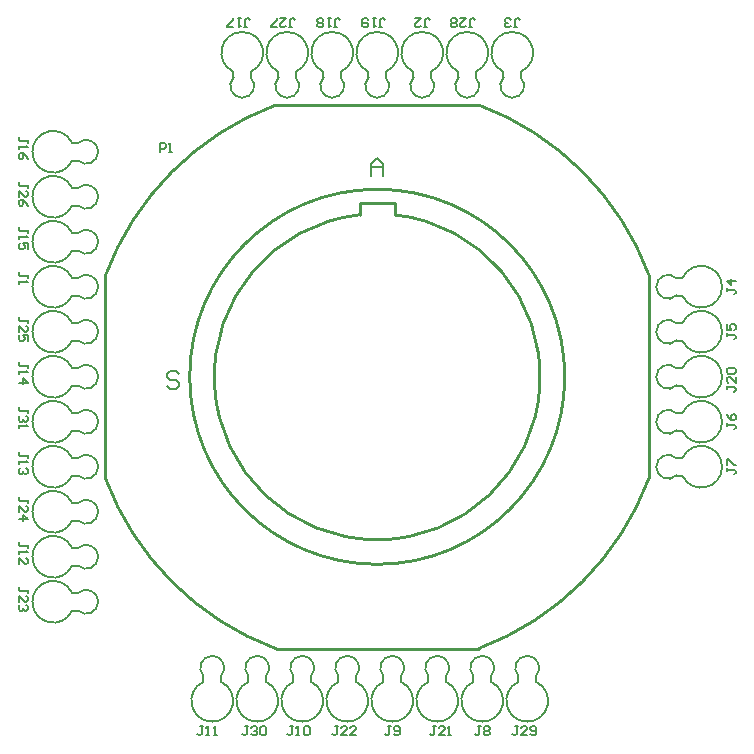
<source format=gbr>
G04 Layer_Color=65535*
%FSLAX26Y26*%
%MOIN*%
%TF.FileFunction,Legend,Top*%
%TF.Part,Single*%
G01*
G75*
%TA.AperFunction,NonConductor*%
%ADD11C,0.008000*%
%ADD16C,0.010000*%
%ADD17C,0.005000*%
D11*
X-20936Y670000D02*
Y709987D01*
X-943Y729981D01*
X19051Y709987D01*
Y670000D01*
Y699990D01*
X-20936D01*
X-660949Y9984D02*
X-670946Y19981D01*
X-690939D01*
X-700936Y9984D01*
Y-13D01*
X-690939Y-10010D01*
X-670946D01*
X-660949Y-20006D01*
Y-30003D01*
X-670946Y-40000D01*
X-690939D01*
X-700936Y-30003D01*
D16*
X-336811Y906299D02*
G03*
X-906299Y336811I336811J-906299D01*
G01*
Y-337795D02*
G03*
X-337795Y-906299I906299J337795D01*
G01*
X337675Y-905977D02*
G03*
X905977Y-337675I-337675J905977D01*
G01*
X625051Y0D02*
G03*
X625051Y0I-625051J0D01*
G01*
X-59005Y539895D02*
G03*
X59005Y539895I59005J-539895D01*
G01*
X906410Y337837D02*
G03*
X337837Y906410I-906410J-337837D01*
G01*
X-59055Y540354D02*
Y579724D01*
X59055D01*
Y540354D02*
Y579724D01*
X-336811Y906299D02*
X337795D01*
X-337795Y-906299D02*
X337795D01*
X-906299Y-337795D02*
Y336811D01*
X906299Y-337795D02*
Y337795D01*
D17*
X20892Y-1016931D02*
G03*
X79109Y-1016931I29108J-63069D01*
G01*
X78284Y-998284D02*
G03*
X21716Y-998284I-28284J28284D01*
G01*
X-221716D02*
G03*
X-278284Y-998284I-28284J28284D01*
G01*
X-279108Y-1016931D02*
G03*
X-220892Y-1016931I29108J-63069D01*
G01*
X-579109D02*
G03*
X-520891Y-1016931I29108J-63069D01*
G01*
X-521716Y-998284D02*
G03*
X-578284Y-998284I-28284J28284D01*
G01*
X228284D02*
G03*
X171716Y-998284I-28284J28284D01*
G01*
X170892Y-1016931D02*
G03*
X229108Y-1016931I29108J-63069D01*
G01*
X-129108D02*
G03*
X-70891Y-1016931I29108J-63069D01*
G01*
X-71716Y-998284D02*
G03*
X-128284Y-998284I-28284J28284D01*
G01*
X528284D02*
G03*
X471716Y-998284I-28284J28284D01*
G01*
X470892Y-1016931D02*
G03*
X529109Y-1016931I29108J-63069D01*
G01*
X-429108D02*
G03*
X-370892Y-1016931I29108J-63069D01*
G01*
X-371716Y-998284D02*
G03*
X-428284Y-998284I-28284J28284D01*
G01*
X320892Y-1016931D02*
G03*
X379108Y-1016931I29108J-63069D01*
G01*
X378284Y-998284D02*
G03*
X321716Y-998284I-28284J28284D01*
G01*
X-1016931Y329108D02*
G03*
X-1016931Y270892I-63069J-29108D01*
G01*
X-998284Y271716D02*
G03*
X-998284Y328284I28284J28284D01*
G01*
Y-628284D02*
G03*
X-998284Y-571716I28284J28284D01*
G01*
X-1016931Y-570891D02*
G03*
X-1016931Y-629109I-63069J-29108D01*
G01*
Y-270892D02*
G03*
X-1016931Y-329108I-63069J-29108D01*
G01*
X-998284Y-328284D02*
G03*
X-998284Y-271716I28284J28284D01*
G01*
Y-28284D02*
G03*
X-998284Y28284I28284J28284D01*
G01*
X-1016931Y29108D02*
G03*
X-1016931Y-29108I-63069J-29108D01*
G01*
Y479108D02*
G03*
X-1016931Y420892I-63069J-29108D01*
G01*
X-998284Y421716D02*
G03*
X-998284Y478284I28284J28284D01*
G01*
Y721716D02*
G03*
X-998284Y778284I28284J28284D01*
G01*
X-1016931Y779109D02*
G03*
X-1016931Y720891I-63069J-29108D01*
G01*
X-998284Y-778284D02*
G03*
X-998284Y-721716I28284J28284D01*
G01*
X-1016931Y-720891D02*
G03*
X-1016931Y-779109I-63069J-29108D01*
G01*
Y-420892D02*
G03*
X-1016931Y-479108I-63069J-29108D01*
G01*
X-998284Y-478284D02*
G03*
X-998284Y-421716I28284J28284D01*
G01*
Y121716D02*
G03*
X-998284Y178284I28284J28284D01*
G01*
X-1016931Y179108D02*
G03*
X-1016931Y120891I-63069J-29108D01*
G01*
Y629109D02*
G03*
X-1016931Y570891I-63069J-29108D01*
G01*
X-998284Y571716D02*
G03*
X-998284Y628284I28284J28284D01*
G01*
Y-178284D02*
G03*
X-998284Y-121716I28284J28284D01*
G01*
X-1016931Y-120891D02*
G03*
X-1016931Y-179108I-63069J-29108D01*
G01*
X1016931Y120891D02*
G03*
X1016931Y179108I63069J29108D01*
G01*
X998284Y178284D02*
G03*
X998284Y121716I-28284J-28284D01*
G01*
Y-121716D02*
G03*
X998284Y-178284I-28284J-28284D01*
G01*
X1016931Y-179108D02*
G03*
X1016931Y-120891I63069J29108D01*
G01*
Y-329108D02*
G03*
X1016931Y-270892I63069J29108D01*
G01*
X998284Y-271716D02*
G03*
X998284Y-328284I-28284J-28284D01*
G01*
Y28284D02*
G03*
X998284Y-28284I-28284J-28284D01*
G01*
X1016931Y-29108D02*
G03*
X1016931Y29108I63069J29108D01*
G01*
X998284Y328284D02*
G03*
X998284Y271716I-28284J-28284D01*
G01*
X1016931Y270892D02*
G03*
X1016931Y329108I63069J29108D01*
G01*
X121716Y998284D02*
G03*
X178284Y998284I28284J-28284D01*
G01*
X179108Y1016931D02*
G03*
X120891Y1016931I-29108J63069D01*
G01*
X-420892D02*
G03*
X-479108Y1016931I-29108J63069D01*
G01*
X-478284Y998284D02*
G03*
X-421716Y998284I28284J-28284D01*
G01*
X-178284D02*
G03*
X-121716Y998284I28284J-28284D01*
G01*
X-120891Y1016931D02*
G03*
X-179108Y1016931I-29108J63069D01*
G01*
X29108D02*
G03*
X-29108Y1016931I-29108J63069D01*
G01*
X-28284Y998284D02*
G03*
X28284Y998284I28284J-28284D01*
G01*
X-328284D02*
G03*
X-271716Y998284I28284J-28284D01*
G01*
X-270892Y1016931D02*
G03*
X-329108Y1016931I-29108J63069D01*
G01*
X329108D02*
G03*
X270892Y1016931I-29108J63069D01*
G01*
X271716Y998284D02*
G03*
X328284Y998284I28284J-28284D01*
G01*
X479108Y1016931D02*
G03*
X420892Y1016931I-29108J63069D01*
G01*
X421716Y998284D02*
G03*
X478284Y998284I28284J-28284D01*
G01*
X20892Y-1016931D02*
Y-999109D01*
X21716Y-998284D01*
X79109Y-1016931D02*
Y-999109D01*
X78284Y-998284D02*
X79109Y-999109D01*
X-221716Y-998284D02*
X-220892Y-999109D01*
Y-1016931D02*
Y-999109D01*
X-279108D02*
X-278284Y-998284D01*
X-279108Y-1016931D02*
Y-999109D01*
X-579109Y-1016931D02*
Y-999109D01*
X-578284Y-998284D01*
X-520891Y-1016931D02*
Y-999109D01*
X-521716Y-998284D02*
X-520891Y-999109D01*
X228284Y-998284D02*
X229108Y-999109D01*
Y-1016931D02*
Y-999109D01*
X170892D02*
X171716Y-998284D01*
X170892Y-1016931D02*
Y-999109D01*
X-129108Y-1016931D02*
Y-999109D01*
X-128284Y-998284D01*
X-70891Y-1016931D02*
Y-999109D01*
X-71716Y-998284D02*
X-70891Y-999109D01*
X528284Y-998284D02*
X529109Y-999109D01*
Y-1016931D02*
Y-999109D01*
X470892D02*
X471716Y-998284D01*
X470892Y-1016931D02*
Y-999109D01*
X-429108Y-1016931D02*
Y-999109D01*
X-428284Y-998284D01*
X-370892Y-1016931D02*
Y-999109D01*
X-371716Y-998284D02*
X-370892Y-999109D01*
X320892Y-1016931D02*
Y-999109D01*
X321716Y-998284D01*
X379108Y-1016931D02*
Y-999109D01*
X378284Y-998284D02*
X379108Y-999109D01*
X-1016931Y329108D02*
X-999109D01*
X-998284Y328284D01*
X-1016931Y270892D02*
X-999109D01*
X-998284Y271716D01*
X-999109Y-629109D02*
X-998284Y-628284D01*
X-1016931Y-629109D02*
X-999109D01*
Y-570891D02*
X-998284Y-571716D01*
X-1016931Y-570891D02*
X-999109D01*
X-1016931Y-270892D02*
X-999109D01*
X-998284Y-271716D01*
X-1016931Y-329108D02*
X-999109D01*
X-998284Y-328284D01*
X-999109Y-29108D02*
X-998284Y-28284D01*
X-1016931Y-29108D02*
X-999109D01*
Y29108D02*
X-998284Y28284D01*
X-1016931Y29108D02*
X-999109D01*
X-1016931Y479108D02*
X-999109D01*
X-998284Y478284D01*
X-1016931Y420892D02*
X-999109D01*
X-998284Y421716D01*
X-999109Y720891D02*
X-998284Y721716D01*
X-1016931Y720891D02*
X-999109D01*
Y779109D02*
X-998284Y778284D01*
X-1016931Y779109D02*
X-999109D01*
Y-779109D02*
X-998284Y-778284D01*
X-1016931Y-779109D02*
X-999109D01*
Y-720891D02*
X-998284Y-721716D01*
X-1016931Y-720891D02*
X-999109D01*
X-1016931Y-420892D02*
X-999109D01*
X-998284Y-421716D01*
X-1016931Y-479108D02*
X-999109D01*
X-998284Y-478284D01*
X-999109Y120891D02*
X-998284Y121716D01*
X-1016931Y120891D02*
X-999109D01*
Y179108D02*
X-998284Y178284D01*
X-1016931Y179108D02*
X-999109D01*
X-1016931Y629109D02*
X-999109D01*
X-998284Y628284D01*
X-1016931Y570891D02*
X-999109D01*
X-998284Y571716D01*
X-999109Y-179108D02*
X-998284Y-178284D01*
X-1016931Y-179108D02*
X-999109D01*
Y-120891D02*
X-998284Y-121716D01*
X-1016931Y-120891D02*
X-999109D01*
X999109Y120891D02*
X1016931D01*
X998284Y121716D02*
X999109Y120891D01*
Y179108D02*
X1016931D01*
X998284Y178284D02*
X999109Y179108D01*
X998284Y-121716D02*
X999109Y-120891D01*
X1016931D01*
X998284Y-178284D02*
X999109Y-179108D01*
X1016931D01*
X999109Y-329108D02*
X1016931D01*
X998284Y-328284D02*
X999109Y-329108D01*
Y-270892D02*
X1016931D01*
X998284Y-271716D02*
X999109Y-270892D01*
X998284Y28284D02*
X999109Y29108D01*
X1016931D01*
X998284Y-28284D02*
X999109Y-29108D01*
X1016931D01*
X998284Y328284D02*
X999109Y329108D01*
X1016931D01*
X998284Y271716D02*
X999109Y270892D01*
X1016931D01*
X120891Y999109D02*
X121716Y998284D01*
X120891Y999109D02*
Y1016931D01*
X178284Y998284D02*
X179108Y999109D01*
Y1016931D01*
X-420892Y999109D02*
Y1016931D01*
X-421716Y998284D02*
X-420892Y999109D01*
X-479108D02*
Y1016931D01*
Y999109D02*
X-478284Y998284D01*
X-179108Y999109D02*
X-178284Y998284D01*
X-179108Y999109D02*
Y1016931D01*
X-121716Y998284D02*
X-120891Y999109D01*
Y1016931D01*
X29108Y999109D02*
Y1016931D01*
X28284Y998284D02*
X29108Y999109D01*
X-29108D02*
Y1016931D01*
Y999109D02*
X-28284Y998284D01*
X-329108Y999109D02*
X-328284Y998284D01*
X-329108Y999109D02*
Y1016931D01*
X-271716Y998284D02*
X-270892Y999109D01*
Y1016931D01*
X329108Y999109D02*
Y1016931D01*
X328284Y998284D02*
X329108Y999109D01*
X270892D02*
Y1016931D01*
Y999109D02*
X271716Y998284D01*
X479108Y999109D02*
Y1016931D01*
X478284Y998284D02*
X479108Y999109D01*
X420892D02*
Y1016931D01*
Y999109D02*
X421716Y998284D01*
X-725000Y750000D02*
Y779990D01*
X-710005D01*
X-705006Y774992D01*
Y764995D01*
X-710005Y759997D01*
X-725000D01*
X-695010Y750000D02*
X-685013D01*
X-690011D01*
Y779990D01*
X-695010Y774992D01*
X455007Y1165010D02*
X465003D01*
X460005D01*
Y1190002D01*
X465003Y1195000D01*
X470002D01*
X475000Y1190002D01*
X445010Y1170008D02*
X440011Y1165010D01*
X430014D01*
X425016Y1170008D01*
Y1175006D01*
X430014Y1180005D01*
X435013D01*
X430014D01*
X425016Y1185003D01*
Y1190002D01*
X430014Y1195000D01*
X440011D01*
X445010Y1190002D01*
X1165010Y294993D02*
Y284997D01*
Y289995D01*
X1190002D01*
X1195000Y284997D01*
Y279998D01*
X1190002Y275000D01*
X1195000Y319986D02*
X1165010D01*
X1180005Y304990D01*
Y324984D01*
X344993Y-1165010D02*
X334997D01*
X339995D01*
Y-1190002D01*
X334997Y-1195000D01*
X329998D01*
X325000Y-1190002D01*
X354990Y-1170008D02*
X359989Y-1165010D01*
X369986D01*
X374984Y-1170008D01*
Y-1175006D01*
X369986Y-1180005D01*
X374984Y-1185003D01*
Y-1190002D01*
X369986Y-1195000D01*
X359989D01*
X354990Y-1190002D01*
Y-1185003D01*
X359989Y-1180005D01*
X354990Y-1175006D01*
Y-1170008D01*
X359989Y-1180005D02*
X369986D01*
X-1165010Y-119993D02*
Y-109997D01*
Y-114995D01*
X-1190002D01*
X-1195000Y-109997D01*
Y-104998D01*
X-1190002Y-100000D01*
X-1170008Y-129990D02*
X-1165010Y-134989D01*
Y-144986D01*
X-1170008Y-149984D01*
X-1175006D01*
X-1180005Y-144986D01*
Y-139987D01*
Y-144986D01*
X-1185003Y-149984D01*
X-1190002D01*
X-1195000Y-144986D01*
Y-134989D01*
X-1190002Y-129990D01*
X-1195000Y-159981D02*
Y-169977D01*
Y-164979D01*
X-1165010D01*
X-1170008Y-159981D01*
X-430007Y-1165010D02*
X-440003D01*
X-435005D01*
Y-1190002D01*
X-440003Y-1195000D01*
X-445002D01*
X-450000Y-1190002D01*
X-420010Y-1170008D02*
X-415011Y-1165010D01*
X-405014D01*
X-400016Y-1170008D01*
Y-1175006D01*
X-405014Y-1180005D01*
X-410013D01*
X-405014D01*
X-400016Y-1185003D01*
Y-1190002D01*
X-405014Y-1195000D01*
X-415011D01*
X-420010Y-1190002D01*
X-390019Y-1170008D02*
X-385021Y-1165010D01*
X-375024D01*
X-370026Y-1170008D01*
Y-1190002D01*
X-375024Y-1195000D01*
X-385021D01*
X-390019Y-1190002D01*
Y-1170008D01*
X469993Y-1165010D02*
X459997D01*
X464995D01*
Y-1190002D01*
X459997Y-1195000D01*
X454998D01*
X450000Y-1190002D01*
X499984Y-1195000D02*
X479990D01*
X499984Y-1175006D01*
Y-1170008D01*
X494986Y-1165010D01*
X484989D01*
X479990Y-1170008D01*
X509981Y-1190002D02*
X514979Y-1195000D01*
X524976D01*
X529974Y-1190002D01*
Y-1170008D01*
X524976Y-1165010D01*
X514979D01*
X509981Y-1170008D01*
Y-1175006D01*
X514979Y-1180005D01*
X529974D01*
X305007Y1165010D02*
X315003D01*
X310005D01*
Y1190002D01*
X315003Y1195000D01*
X320002D01*
X325000Y1190002D01*
X275016Y1195000D02*
X295010D01*
X275016Y1175006D01*
Y1170008D01*
X280014Y1165010D01*
X290011D01*
X295010Y1170008D01*
X265019D02*
X260021Y1165010D01*
X250024D01*
X245026Y1170008D01*
Y1175006D01*
X250024Y1180005D01*
X245026Y1185003D01*
Y1190002D01*
X250024Y1195000D01*
X260021D01*
X265019Y1190002D01*
Y1185003D01*
X260021Y1180005D01*
X265019Y1175006D01*
Y1170008D01*
X260021Y1180005D02*
X250024D01*
X-294993Y1165010D02*
X-284997D01*
X-289995D01*
Y1190002D01*
X-284997Y1195000D01*
X-279998D01*
X-275000Y1190002D01*
X-324984Y1195000D02*
X-304990D01*
X-324984Y1175006D01*
Y1170008D01*
X-319986Y1165010D01*
X-309989D01*
X-304990Y1170008D01*
X-334981Y1165010D02*
X-354974D01*
Y1170008D01*
X-334981Y1190002D01*
Y1195000D01*
X-1165010Y630006D02*
Y640003D01*
Y635005D01*
X-1190002D01*
X-1195000Y640003D01*
Y645002D01*
X-1190002Y650000D01*
X-1195000Y600016D02*
Y620010D01*
X-1175006Y600016D01*
X-1170008D01*
X-1165010Y605014D01*
Y615011D01*
X-1170008Y620010D01*
X-1165010Y570026D02*
X-1170008Y580023D01*
X-1180005Y590019D01*
X-1190002D01*
X-1195000Y585021D01*
Y575024D01*
X-1190002Y570026D01*
X-1185003D01*
X-1180005Y575024D01*
Y590019D01*
X-1165010Y180006D02*
Y190003D01*
Y185005D01*
X-1190002D01*
X-1195000Y190003D01*
Y195002D01*
X-1190002Y200000D01*
X-1195000Y150016D02*
Y170010D01*
X-1175006Y150016D01*
X-1170008D01*
X-1165010Y155014D01*
Y165011D01*
X-1170008Y170010D01*
X-1165010Y120026D02*
Y140019D01*
X-1180005D01*
X-1175006Y130023D01*
Y125024D01*
X-1180005Y120026D01*
X-1190002D01*
X-1195000Y125024D01*
Y135021D01*
X-1190002Y140019D01*
X-1165010Y-419993D02*
Y-409997D01*
Y-414995D01*
X-1190002D01*
X-1195000Y-409997D01*
Y-404998D01*
X-1190002Y-400000D01*
X-1195000Y-449984D02*
Y-429990D01*
X-1175006Y-449984D01*
X-1170008D01*
X-1165010Y-444986D01*
Y-434989D01*
X-1170008Y-429990D01*
X-1195000Y-474976D02*
X-1165010D01*
X-1180005Y-459981D01*
Y-479974D01*
X-1165010Y-719994D02*
Y-709997D01*
Y-714995D01*
X-1190002D01*
X-1195000Y-709997D01*
Y-704998D01*
X-1190002Y-700000D01*
X-1195000Y-749984D02*
Y-729990D01*
X-1175006Y-749984D01*
X-1170008D01*
X-1165010Y-744986D01*
Y-734989D01*
X-1170008Y-729990D01*
Y-759981D02*
X-1165010Y-764979D01*
Y-774976D01*
X-1170008Y-779974D01*
X-1175006D01*
X-1180005Y-774976D01*
Y-769977D01*
Y-774976D01*
X-1185003Y-779974D01*
X-1190002D01*
X-1195000Y-774976D01*
Y-764979D01*
X-1190002Y-759981D01*
X-130006Y-1165010D02*
X-140003D01*
X-135005D01*
Y-1190002D01*
X-140003Y-1195000D01*
X-145002D01*
X-150000Y-1190002D01*
X-100016Y-1195000D02*
X-120010D01*
X-100016Y-1175006D01*
Y-1170008D01*
X-105014Y-1165010D01*
X-115011D01*
X-120010Y-1170008D01*
X-70026Y-1195000D02*
X-90019D01*
X-70026Y-1175006D01*
Y-1170008D01*
X-75024Y-1165010D01*
X-85021D01*
X-90019Y-1170008D01*
X194994Y-1165010D02*
X184997D01*
X189995D01*
Y-1190002D01*
X184997Y-1195000D01*
X179998D01*
X175000Y-1190002D01*
X224984Y-1195000D02*
X204990D01*
X224984Y-1175006D01*
Y-1170008D01*
X219986Y-1165010D01*
X209989D01*
X204990Y-1170008D01*
X234981Y-1195000D02*
X244977D01*
X239979D01*
Y-1165010D01*
X234981Y-1170008D01*
X5006Y1165010D02*
X15003D01*
X10005D01*
Y1190002D01*
X15003Y1195000D01*
X20002D01*
X25000Y1190002D01*
X-4990Y1195000D02*
X-14987D01*
X-9989D01*
Y1165010D01*
X-4990Y1170008D01*
X-29982Y1190002D02*
X-34981Y1195000D01*
X-44977D01*
X-49976Y1190002D01*
Y1170008D01*
X-44977Y1165010D01*
X-34981D01*
X-29982Y1170008D01*
Y1175006D01*
X-34981Y1180005D01*
X-49976D01*
X-144994Y1165010D02*
X-134997D01*
X-139995D01*
Y1190002D01*
X-134997Y1195000D01*
X-129998D01*
X-125000Y1190002D01*
X-154990Y1195000D02*
X-164987D01*
X-159989D01*
Y1165010D01*
X-154990Y1170008D01*
X-179982D02*
X-184981Y1165010D01*
X-194977D01*
X-199976Y1170008D01*
Y1175006D01*
X-194977Y1180005D01*
X-199976Y1185003D01*
Y1190002D01*
X-194977Y1195000D01*
X-184981D01*
X-179982Y1190002D01*
Y1185003D01*
X-184981Y1180005D01*
X-179982Y1175006D01*
Y1170008D01*
X-184981Y1180005D02*
X-194977D01*
X-444993Y1165010D02*
X-434997D01*
X-439995D01*
Y1190002D01*
X-434997Y1195000D01*
X-429998D01*
X-425000Y1190002D01*
X-454990Y1195000D02*
X-464987D01*
X-459989D01*
Y1165010D01*
X-454990Y1170008D01*
X-479982Y1165010D02*
X-499976D01*
Y1170008D01*
X-479982Y1190002D01*
Y1195000D01*
X-1165010Y780006D02*
Y790003D01*
Y785005D01*
X-1190002D01*
X-1195000Y790003D01*
Y795002D01*
X-1190002Y800000D01*
X-1195000Y770010D02*
Y760013D01*
Y765011D01*
X-1165010D01*
X-1170008Y770010D01*
X-1165010Y725024D02*
X-1170008Y735021D01*
X-1180005Y745018D01*
X-1190002D01*
X-1195000Y740019D01*
Y730023D01*
X-1190002Y725024D01*
X-1185003D01*
X-1180005Y730023D01*
Y745018D01*
X-1165010Y480007D02*
Y490003D01*
Y485005D01*
X-1190002D01*
X-1195000Y490003D01*
Y495002D01*
X-1190002Y500000D01*
X-1195000Y470010D02*
Y460013D01*
Y465011D01*
X-1165010D01*
X-1170008Y470010D01*
X-1165010Y425024D02*
Y445018D01*
X-1180005D01*
X-1175006Y435021D01*
Y430023D01*
X-1180005Y425024D01*
X-1190002D01*
X-1195000Y430023D01*
Y440019D01*
X-1190002Y445018D01*
X-1165010Y30006D02*
Y40003D01*
Y35005D01*
X-1190002D01*
X-1195000Y40003D01*
Y45002D01*
X-1190002Y50000D01*
X-1195000Y20010D02*
Y10013D01*
Y15011D01*
X-1165010D01*
X-1170008Y20010D01*
X-1195000Y-19977D02*
X-1165010D01*
X-1180005Y-4982D01*
Y-24976D01*
X-1165010Y-269993D02*
Y-259997D01*
Y-264995D01*
X-1190002D01*
X-1195000Y-259997D01*
Y-254998D01*
X-1190002Y-250000D01*
X-1195000Y-279990D02*
Y-289987D01*
Y-284989D01*
X-1165010D01*
X-1170008Y-279990D01*
Y-304982D02*
X-1165010Y-309981D01*
Y-319977D01*
X-1170008Y-324976D01*
X-1175006D01*
X-1180005Y-319977D01*
Y-314979D01*
Y-319977D01*
X-1185003Y-324976D01*
X-1190002D01*
X-1195000Y-319977D01*
Y-309981D01*
X-1190002Y-304982D01*
X-1165010Y-569994D02*
Y-559997D01*
Y-564995D01*
X-1190002D01*
X-1195000Y-559997D01*
Y-554998D01*
X-1190002Y-550000D01*
X-1195000Y-579990D02*
Y-589987D01*
Y-584989D01*
X-1165010D01*
X-1170008Y-579990D01*
X-1195000Y-624976D02*
Y-604982D01*
X-1175006Y-624976D01*
X-1170008D01*
X-1165010Y-619977D01*
Y-609981D01*
X-1170008Y-604982D01*
X-580006Y-1165010D02*
X-590003D01*
X-585005D01*
Y-1190002D01*
X-590003Y-1195000D01*
X-595002D01*
X-600000Y-1190002D01*
X-570010Y-1195000D02*
X-560013D01*
X-565011D01*
Y-1165010D01*
X-570010Y-1170008D01*
X-545018Y-1195000D02*
X-535021D01*
X-540019D01*
Y-1165010D01*
X-545018Y-1170008D01*
X-280007Y-1165010D02*
X-290003D01*
X-285005D01*
Y-1190002D01*
X-290003Y-1195000D01*
X-295002D01*
X-300000Y-1190002D01*
X-270010Y-1195000D02*
X-260013D01*
X-265011D01*
Y-1165010D01*
X-270010Y-1170008D01*
X-245018D02*
X-240019Y-1165010D01*
X-230023D01*
X-225024Y-1170008D01*
Y-1190002D01*
X-230023Y-1195000D01*
X-240019D01*
X-245018Y-1190002D01*
Y-1170008D01*
X44993Y-1165010D02*
X34997D01*
X39995D01*
Y-1190002D01*
X34997Y-1195000D01*
X29998D01*
X25000Y-1190002D01*
X54990D02*
X59989Y-1195000D01*
X69986D01*
X74984Y-1190002D01*
Y-1170008D01*
X69986Y-1165010D01*
X59989D01*
X54990Y-1170008D01*
Y-1175006D01*
X59989Y-1180005D01*
X74984D01*
X1165010Y-30006D02*
Y-40003D01*
Y-35005D01*
X1190002D01*
X1195000Y-40003D01*
Y-45002D01*
X1190002Y-50000D01*
X1195000Y-16D02*
Y-20010D01*
X1175006Y-16D01*
X1170008D01*
X1165010Y-5014D01*
Y-15011D01*
X1170008Y-20010D01*
Y9981D02*
X1165010Y14979D01*
Y24976D01*
X1170008Y29974D01*
X1190002D01*
X1195000Y24976D01*
Y14979D01*
X1190002Y9981D01*
X1170008D01*
X1165010Y-305007D02*
Y-315003D01*
Y-310005D01*
X1190002D01*
X1195000Y-315003D01*
Y-320002D01*
X1190002Y-325000D01*
X1165010Y-295010D02*
Y-275016D01*
X1170008D01*
X1190002Y-295010D01*
X1195000D01*
X1165010Y-155006D02*
Y-165003D01*
Y-160005D01*
X1190002D01*
X1195000Y-165003D01*
Y-170002D01*
X1190002Y-175000D01*
X1165010Y-125016D02*
X1170008Y-135013D01*
X1180005Y-145010D01*
X1190002D01*
X1195000Y-140011D01*
Y-130014D01*
X1190002Y-125016D01*
X1185003D01*
X1180005Y-130014D01*
Y-145010D01*
X-1165010Y330007D02*
Y340003D01*
Y335005D01*
X-1190002D01*
X-1195000Y340003D01*
Y345002D01*
X-1190002Y350000D01*
X-1195000Y320010D02*
Y310013D01*
Y315011D01*
X-1165010D01*
X-1170008Y320010D01*
X155006Y1165010D02*
X165003D01*
X160005D01*
Y1190002D01*
X165003Y1195000D01*
X170002D01*
X175000Y1190002D01*
X125016Y1195000D02*
X145010D01*
X125016Y1175006D01*
Y1170008D01*
X130014Y1165010D01*
X140011D01*
X145010Y1170008D01*
X1165010Y144994D02*
Y134997D01*
Y139995D01*
X1190002D01*
X1195000Y134997D01*
Y129998D01*
X1190002Y125000D01*
X1165010Y174984D02*
Y154990D01*
X1180005D01*
X1175006Y164987D01*
Y169986D01*
X1180005Y174984D01*
X1190002D01*
X1195000Y169986D01*
Y159989D01*
X1190002Y154990D01*
%TF.MD5,840ee62688e482b1815cfb65424c25d3*%
M02*

</source>
